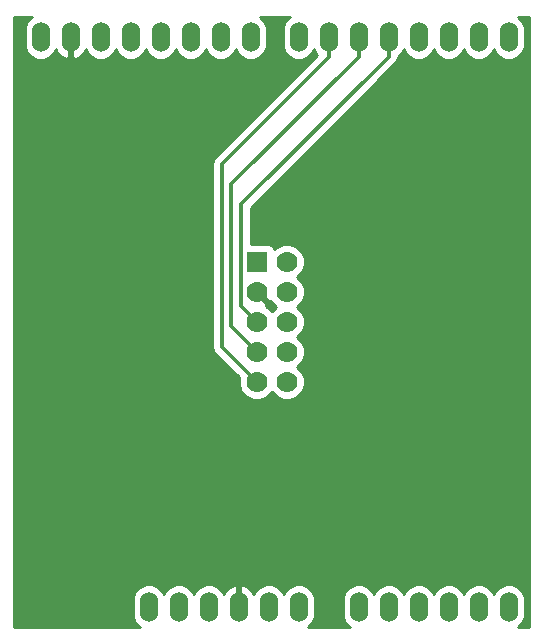
<source format=gbl>
G04 (created by PCBNEW-RS274X (2011-07-19)-testing) date Fri 10 Feb 2012 01:30:19 PM PST*
G01*
G70*
G90*
%MOIN*%
G04 Gerber Fmt 3.4, Leading zero omitted, Abs format*
%FSLAX34Y34*%
G04 APERTURE LIST*
%ADD10C,0.006000*%
%ADD11O,0.060000X0.100000*%
%ADD12R,0.070000X0.070000*%
%ADD13C,0.070000*%
%ADD14C,0.012000*%
%ADD15C,0.010000*%
G04 APERTURE END LIST*
G54D10*
G54D11*
X74651Y-50501D03*
X73651Y-50501D03*
X72651Y-50501D03*
X69651Y-50501D03*
X70651Y-50501D03*
X71651Y-50501D03*
X67651Y-50501D03*
X66651Y-50501D03*
X65651Y-50501D03*
X63651Y-50501D03*
X62651Y-50501D03*
X74651Y-31501D03*
X73651Y-31501D03*
X72651Y-31501D03*
X71651Y-31501D03*
X70651Y-31501D03*
X69651Y-31501D03*
X68651Y-31501D03*
X67651Y-31501D03*
X66051Y-31501D03*
X65051Y-31501D03*
X64051Y-31501D03*
X63051Y-31501D03*
X62051Y-31501D03*
X61051Y-31501D03*
X60051Y-31501D03*
X59051Y-31501D03*
X64651Y-50501D03*
G54D12*
X66250Y-39000D03*
G54D13*
X67250Y-39000D03*
X66250Y-40000D03*
X67250Y-40000D03*
X66250Y-41000D03*
X67250Y-41000D03*
X66250Y-42000D03*
X67250Y-42000D03*
X66250Y-43000D03*
X67250Y-43000D03*
G54D14*
X65736Y-37079D02*
X70651Y-32164D01*
X65736Y-40486D02*
X65736Y-37079D01*
X66250Y-41000D02*
X65736Y-40486D01*
X70651Y-31501D02*
X70651Y-32164D01*
X69651Y-31501D02*
X69651Y-32164D01*
X65402Y-36413D02*
X69651Y-32164D01*
X65402Y-41152D02*
X65402Y-36413D01*
X66250Y-42000D02*
X65402Y-41152D01*
X65085Y-35730D02*
X68651Y-32164D01*
X65085Y-41835D02*
X65085Y-35730D01*
X66250Y-43000D02*
X65085Y-41835D01*
X68651Y-31501D02*
X68651Y-32164D01*
X60051Y-31501D02*
X60051Y-43821D01*
X65651Y-49421D02*
X65651Y-50501D01*
X60051Y-43821D02*
X65651Y-49421D01*
G54D10*
G36*
X66903Y-40500D02*
X66750Y-40653D01*
X66589Y-40492D01*
X66569Y-40484D01*
X66593Y-40414D01*
X66285Y-40106D01*
X66250Y-40071D01*
X66179Y-40000D01*
X66250Y-39929D01*
X66321Y-40000D01*
X66356Y-40035D01*
X66664Y-40343D01*
X66734Y-40319D01*
X66742Y-40339D01*
X66903Y-40500D01*
X66903Y-40500D01*
G37*
G54D15*
X66903Y-40500D02*
X66750Y-40653D01*
X66589Y-40492D01*
X66569Y-40484D01*
X66593Y-40414D01*
X66285Y-40106D01*
X66250Y-40071D01*
X66179Y-40000D01*
X66250Y-39929D01*
X66321Y-40000D01*
X66356Y-40035D01*
X66664Y-40343D01*
X66734Y-40319D01*
X66742Y-40339D01*
X66903Y-40500D01*
G54D10*
G36*
X75325Y-51175D02*
X74952Y-51175D01*
X74957Y-51173D01*
X75108Y-51021D01*
X75191Y-50823D01*
X75191Y-50608D01*
X75191Y-50180D01*
X75109Y-49981D01*
X74957Y-49830D01*
X74759Y-49747D01*
X74544Y-49747D01*
X74345Y-49829D01*
X74194Y-49981D01*
X74151Y-50083D01*
X74109Y-49981D01*
X73957Y-49830D01*
X73759Y-49747D01*
X73544Y-49747D01*
X73345Y-49829D01*
X73194Y-49981D01*
X73151Y-50083D01*
X73109Y-49981D01*
X72957Y-49830D01*
X72759Y-49747D01*
X72544Y-49747D01*
X72345Y-49829D01*
X72194Y-49981D01*
X72151Y-50083D01*
X72109Y-49981D01*
X71957Y-49830D01*
X71759Y-49747D01*
X71544Y-49747D01*
X71345Y-49829D01*
X71194Y-49981D01*
X71151Y-50083D01*
X71109Y-49981D01*
X70957Y-49830D01*
X70759Y-49747D01*
X70544Y-49747D01*
X70345Y-49829D01*
X70194Y-49981D01*
X70151Y-50083D01*
X70109Y-49981D01*
X69957Y-49830D01*
X69759Y-49747D01*
X69544Y-49747D01*
X69345Y-49829D01*
X69194Y-49981D01*
X69111Y-50179D01*
X69111Y-50394D01*
X69111Y-50822D01*
X69193Y-51021D01*
X69345Y-51172D01*
X69352Y-51175D01*
X67952Y-51175D01*
X67957Y-51173D01*
X68108Y-51021D01*
X68191Y-50823D01*
X68191Y-50608D01*
X68191Y-50180D01*
X68109Y-49981D01*
X67957Y-49830D01*
X67759Y-49747D01*
X67544Y-49747D01*
X67345Y-49829D01*
X67194Y-49981D01*
X67151Y-50083D01*
X67109Y-49981D01*
X66957Y-49830D01*
X66759Y-49747D01*
X66544Y-49747D01*
X66345Y-49829D01*
X66194Y-49981D01*
X66151Y-50082D01*
X66140Y-50044D01*
X66004Y-49876D01*
X65814Y-49773D01*
X65786Y-49769D01*
X65701Y-49816D01*
X65701Y-50401D01*
X65701Y-50451D01*
X65701Y-50551D01*
X65601Y-50551D01*
X65601Y-50451D01*
X65601Y-50401D01*
X65601Y-49816D01*
X65516Y-49769D01*
X65488Y-49773D01*
X65298Y-49876D01*
X65162Y-50044D01*
X65150Y-50082D01*
X65109Y-49981D01*
X64957Y-49830D01*
X64759Y-49747D01*
X64544Y-49747D01*
X64345Y-49829D01*
X64194Y-49981D01*
X64151Y-50083D01*
X64109Y-49981D01*
X63957Y-49830D01*
X63759Y-49747D01*
X63544Y-49747D01*
X63345Y-49829D01*
X63194Y-49981D01*
X63151Y-50083D01*
X63109Y-49981D01*
X62957Y-49830D01*
X62759Y-49747D01*
X62544Y-49747D01*
X62345Y-49829D01*
X62194Y-49981D01*
X62111Y-50179D01*
X62111Y-50394D01*
X62111Y-50822D01*
X62193Y-51021D01*
X62345Y-51172D01*
X62352Y-51175D01*
X58175Y-51175D01*
X58175Y-30825D01*
X58754Y-30825D01*
X58745Y-30829D01*
X58594Y-30981D01*
X58511Y-31179D01*
X58511Y-31394D01*
X58511Y-31822D01*
X58593Y-32021D01*
X58745Y-32172D01*
X58943Y-32255D01*
X59158Y-32255D01*
X59357Y-32173D01*
X59508Y-32021D01*
X59550Y-31919D01*
X59562Y-31958D01*
X59698Y-32126D01*
X59888Y-32229D01*
X59916Y-32233D01*
X60001Y-32186D01*
X60001Y-31601D01*
X60001Y-31551D01*
X60001Y-31451D01*
X60101Y-31451D01*
X60101Y-31551D01*
X60101Y-31601D01*
X60101Y-32186D01*
X60186Y-32233D01*
X60214Y-32229D01*
X60404Y-32126D01*
X60540Y-31958D01*
X60551Y-31919D01*
X60593Y-32021D01*
X60745Y-32172D01*
X60943Y-32255D01*
X61158Y-32255D01*
X61357Y-32173D01*
X61508Y-32021D01*
X61550Y-31918D01*
X61593Y-32021D01*
X61745Y-32172D01*
X61943Y-32255D01*
X62158Y-32255D01*
X62357Y-32173D01*
X62508Y-32021D01*
X62550Y-31918D01*
X62593Y-32021D01*
X62745Y-32172D01*
X62943Y-32255D01*
X63158Y-32255D01*
X63357Y-32173D01*
X63508Y-32021D01*
X63550Y-31918D01*
X63593Y-32021D01*
X63745Y-32172D01*
X63943Y-32255D01*
X64158Y-32255D01*
X64357Y-32173D01*
X64508Y-32021D01*
X64550Y-31918D01*
X64593Y-32021D01*
X64745Y-32172D01*
X64943Y-32255D01*
X65158Y-32255D01*
X65357Y-32173D01*
X65508Y-32021D01*
X65550Y-31918D01*
X65593Y-32021D01*
X65745Y-32172D01*
X65943Y-32255D01*
X66158Y-32255D01*
X66357Y-32173D01*
X66508Y-32021D01*
X66591Y-31823D01*
X66591Y-31608D01*
X66591Y-31180D01*
X66509Y-30981D01*
X66357Y-30830D01*
X66345Y-30825D01*
X67354Y-30825D01*
X67345Y-30829D01*
X67194Y-30981D01*
X67111Y-31179D01*
X67111Y-31394D01*
X67111Y-31822D01*
X67193Y-32021D01*
X67345Y-32172D01*
X67543Y-32255D01*
X67758Y-32255D01*
X67957Y-32173D01*
X68108Y-32021D01*
X68150Y-31918D01*
X68193Y-32021D01*
X68274Y-32102D01*
X64866Y-35511D01*
X64799Y-35611D01*
X64775Y-35730D01*
X64775Y-41835D01*
X64799Y-41954D01*
X64866Y-42054D01*
X65663Y-42851D01*
X65651Y-42881D01*
X65651Y-43119D01*
X65742Y-43339D01*
X65911Y-43508D01*
X66131Y-43599D01*
X66369Y-43599D01*
X66589Y-43508D01*
X66750Y-43347D01*
X66911Y-43508D01*
X67131Y-43599D01*
X67369Y-43599D01*
X67589Y-43508D01*
X67758Y-43339D01*
X67849Y-43119D01*
X67849Y-42881D01*
X67758Y-42661D01*
X67597Y-42500D01*
X67758Y-42339D01*
X67849Y-42119D01*
X67849Y-41881D01*
X67758Y-41661D01*
X67597Y-41500D01*
X67758Y-41339D01*
X67849Y-41119D01*
X67849Y-40881D01*
X67758Y-40661D01*
X67597Y-40500D01*
X67758Y-40339D01*
X67849Y-40119D01*
X67849Y-39881D01*
X67758Y-39661D01*
X67597Y-39500D01*
X67758Y-39339D01*
X67849Y-39119D01*
X67849Y-38881D01*
X67758Y-38661D01*
X67589Y-38492D01*
X67369Y-38401D01*
X67131Y-38401D01*
X66911Y-38492D01*
X66835Y-38567D01*
X66811Y-38509D01*
X66741Y-38439D01*
X66650Y-38401D01*
X66551Y-38401D01*
X66046Y-38401D01*
X66046Y-37207D01*
X70870Y-32384D01*
X70870Y-32383D01*
X70937Y-32283D01*
X70959Y-32170D01*
X71108Y-32021D01*
X71150Y-31918D01*
X71193Y-32021D01*
X71345Y-32172D01*
X71543Y-32255D01*
X71758Y-32255D01*
X71957Y-32173D01*
X72108Y-32021D01*
X72150Y-31918D01*
X72193Y-32021D01*
X72345Y-32172D01*
X72543Y-32255D01*
X72758Y-32255D01*
X72957Y-32173D01*
X73108Y-32021D01*
X73150Y-31918D01*
X73193Y-32021D01*
X73345Y-32172D01*
X73543Y-32255D01*
X73758Y-32255D01*
X73957Y-32173D01*
X74108Y-32021D01*
X74150Y-31918D01*
X74193Y-32021D01*
X74345Y-32172D01*
X74543Y-32255D01*
X74758Y-32255D01*
X74957Y-32173D01*
X75108Y-32021D01*
X75191Y-31823D01*
X75191Y-31608D01*
X75191Y-31180D01*
X75109Y-30981D01*
X74957Y-30830D01*
X74945Y-30825D01*
X75325Y-30825D01*
X75325Y-51175D01*
X75325Y-51175D01*
G37*
G54D15*
X75325Y-51175D02*
X74952Y-51175D01*
X74957Y-51173D01*
X75108Y-51021D01*
X75191Y-50823D01*
X75191Y-50608D01*
X75191Y-50180D01*
X75109Y-49981D01*
X74957Y-49830D01*
X74759Y-49747D01*
X74544Y-49747D01*
X74345Y-49829D01*
X74194Y-49981D01*
X74151Y-50083D01*
X74109Y-49981D01*
X73957Y-49830D01*
X73759Y-49747D01*
X73544Y-49747D01*
X73345Y-49829D01*
X73194Y-49981D01*
X73151Y-50083D01*
X73109Y-49981D01*
X72957Y-49830D01*
X72759Y-49747D01*
X72544Y-49747D01*
X72345Y-49829D01*
X72194Y-49981D01*
X72151Y-50083D01*
X72109Y-49981D01*
X71957Y-49830D01*
X71759Y-49747D01*
X71544Y-49747D01*
X71345Y-49829D01*
X71194Y-49981D01*
X71151Y-50083D01*
X71109Y-49981D01*
X70957Y-49830D01*
X70759Y-49747D01*
X70544Y-49747D01*
X70345Y-49829D01*
X70194Y-49981D01*
X70151Y-50083D01*
X70109Y-49981D01*
X69957Y-49830D01*
X69759Y-49747D01*
X69544Y-49747D01*
X69345Y-49829D01*
X69194Y-49981D01*
X69111Y-50179D01*
X69111Y-50394D01*
X69111Y-50822D01*
X69193Y-51021D01*
X69345Y-51172D01*
X69352Y-51175D01*
X67952Y-51175D01*
X67957Y-51173D01*
X68108Y-51021D01*
X68191Y-50823D01*
X68191Y-50608D01*
X68191Y-50180D01*
X68109Y-49981D01*
X67957Y-49830D01*
X67759Y-49747D01*
X67544Y-49747D01*
X67345Y-49829D01*
X67194Y-49981D01*
X67151Y-50083D01*
X67109Y-49981D01*
X66957Y-49830D01*
X66759Y-49747D01*
X66544Y-49747D01*
X66345Y-49829D01*
X66194Y-49981D01*
X66151Y-50082D01*
X66140Y-50044D01*
X66004Y-49876D01*
X65814Y-49773D01*
X65786Y-49769D01*
X65701Y-49816D01*
X65701Y-50401D01*
X65701Y-50451D01*
X65701Y-50551D01*
X65601Y-50551D01*
X65601Y-50451D01*
X65601Y-50401D01*
X65601Y-49816D01*
X65516Y-49769D01*
X65488Y-49773D01*
X65298Y-49876D01*
X65162Y-50044D01*
X65150Y-50082D01*
X65109Y-49981D01*
X64957Y-49830D01*
X64759Y-49747D01*
X64544Y-49747D01*
X64345Y-49829D01*
X64194Y-49981D01*
X64151Y-50083D01*
X64109Y-49981D01*
X63957Y-49830D01*
X63759Y-49747D01*
X63544Y-49747D01*
X63345Y-49829D01*
X63194Y-49981D01*
X63151Y-50083D01*
X63109Y-49981D01*
X62957Y-49830D01*
X62759Y-49747D01*
X62544Y-49747D01*
X62345Y-49829D01*
X62194Y-49981D01*
X62111Y-50179D01*
X62111Y-50394D01*
X62111Y-50822D01*
X62193Y-51021D01*
X62345Y-51172D01*
X62352Y-51175D01*
X58175Y-51175D01*
X58175Y-30825D01*
X58754Y-30825D01*
X58745Y-30829D01*
X58594Y-30981D01*
X58511Y-31179D01*
X58511Y-31394D01*
X58511Y-31822D01*
X58593Y-32021D01*
X58745Y-32172D01*
X58943Y-32255D01*
X59158Y-32255D01*
X59357Y-32173D01*
X59508Y-32021D01*
X59550Y-31919D01*
X59562Y-31958D01*
X59698Y-32126D01*
X59888Y-32229D01*
X59916Y-32233D01*
X60001Y-32186D01*
X60001Y-31601D01*
X60001Y-31551D01*
X60001Y-31451D01*
X60101Y-31451D01*
X60101Y-31551D01*
X60101Y-31601D01*
X60101Y-32186D01*
X60186Y-32233D01*
X60214Y-32229D01*
X60404Y-32126D01*
X60540Y-31958D01*
X60551Y-31919D01*
X60593Y-32021D01*
X60745Y-32172D01*
X60943Y-32255D01*
X61158Y-32255D01*
X61357Y-32173D01*
X61508Y-32021D01*
X61550Y-31918D01*
X61593Y-32021D01*
X61745Y-32172D01*
X61943Y-32255D01*
X62158Y-32255D01*
X62357Y-32173D01*
X62508Y-32021D01*
X62550Y-31918D01*
X62593Y-32021D01*
X62745Y-32172D01*
X62943Y-32255D01*
X63158Y-32255D01*
X63357Y-32173D01*
X63508Y-32021D01*
X63550Y-31918D01*
X63593Y-32021D01*
X63745Y-32172D01*
X63943Y-32255D01*
X64158Y-32255D01*
X64357Y-32173D01*
X64508Y-32021D01*
X64550Y-31918D01*
X64593Y-32021D01*
X64745Y-32172D01*
X64943Y-32255D01*
X65158Y-32255D01*
X65357Y-32173D01*
X65508Y-32021D01*
X65550Y-31918D01*
X65593Y-32021D01*
X65745Y-32172D01*
X65943Y-32255D01*
X66158Y-32255D01*
X66357Y-32173D01*
X66508Y-32021D01*
X66591Y-31823D01*
X66591Y-31608D01*
X66591Y-31180D01*
X66509Y-30981D01*
X66357Y-30830D01*
X66345Y-30825D01*
X67354Y-30825D01*
X67345Y-30829D01*
X67194Y-30981D01*
X67111Y-31179D01*
X67111Y-31394D01*
X67111Y-31822D01*
X67193Y-32021D01*
X67345Y-32172D01*
X67543Y-32255D01*
X67758Y-32255D01*
X67957Y-32173D01*
X68108Y-32021D01*
X68150Y-31918D01*
X68193Y-32021D01*
X68274Y-32102D01*
X64866Y-35511D01*
X64799Y-35611D01*
X64775Y-35730D01*
X64775Y-41835D01*
X64799Y-41954D01*
X64866Y-42054D01*
X65663Y-42851D01*
X65651Y-42881D01*
X65651Y-43119D01*
X65742Y-43339D01*
X65911Y-43508D01*
X66131Y-43599D01*
X66369Y-43599D01*
X66589Y-43508D01*
X66750Y-43347D01*
X66911Y-43508D01*
X67131Y-43599D01*
X67369Y-43599D01*
X67589Y-43508D01*
X67758Y-43339D01*
X67849Y-43119D01*
X67849Y-42881D01*
X67758Y-42661D01*
X67597Y-42500D01*
X67758Y-42339D01*
X67849Y-42119D01*
X67849Y-41881D01*
X67758Y-41661D01*
X67597Y-41500D01*
X67758Y-41339D01*
X67849Y-41119D01*
X67849Y-40881D01*
X67758Y-40661D01*
X67597Y-40500D01*
X67758Y-40339D01*
X67849Y-40119D01*
X67849Y-39881D01*
X67758Y-39661D01*
X67597Y-39500D01*
X67758Y-39339D01*
X67849Y-39119D01*
X67849Y-38881D01*
X67758Y-38661D01*
X67589Y-38492D01*
X67369Y-38401D01*
X67131Y-38401D01*
X66911Y-38492D01*
X66835Y-38567D01*
X66811Y-38509D01*
X66741Y-38439D01*
X66650Y-38401D01*
X66551Y-38401D01*
X66046Y-38401D01*
X66046Y-37207D01*
X70870Y-32384D01*
X70870Y-32383D01*
X70937Y-32283D01*
X70959Y-32170D01*
X71108Y-32021D01*
X71150Y-31918D01*
X71193Y-32021D01*
X71345Y-32172D01*
X71543Y-32255D01*
X71758Y-32255D01*
X71957Y-32173D01*
X72108Y-32021D01*
X72150Y-31918D01*
X72193Y-32021D01*
X72345Y-32172D01*
X72543Y-32255D01*
X72758Y-32255D01*
X72957Y-32173D01*
X73108Y-32021D01*
X73150Y-31918D01*
X73193Y-32021D01*
X73345Y-32172D01*
X73543Y-32255D01*
X73758Y-32255D01*
X73957Y-32173D01*
X74108Y-32021D01*
X74150Y-31918D01*
X74193Y-32021D01*
X74345Y-32172D01*
X74543Y-32255D01*
X74758Y-32255D01*
X74957Y-32173D01*
X75108Y-32021D01*
X75191Y-31823D01*
X75191Y-31608D01*
X75191Y-31180D01*
X75109Y-30981D01*
X74957Y-30830D01*
X74945Y-30825D01*
X75325Y-30825D01*
X75325Y-51175D01*
M02*

</source>
